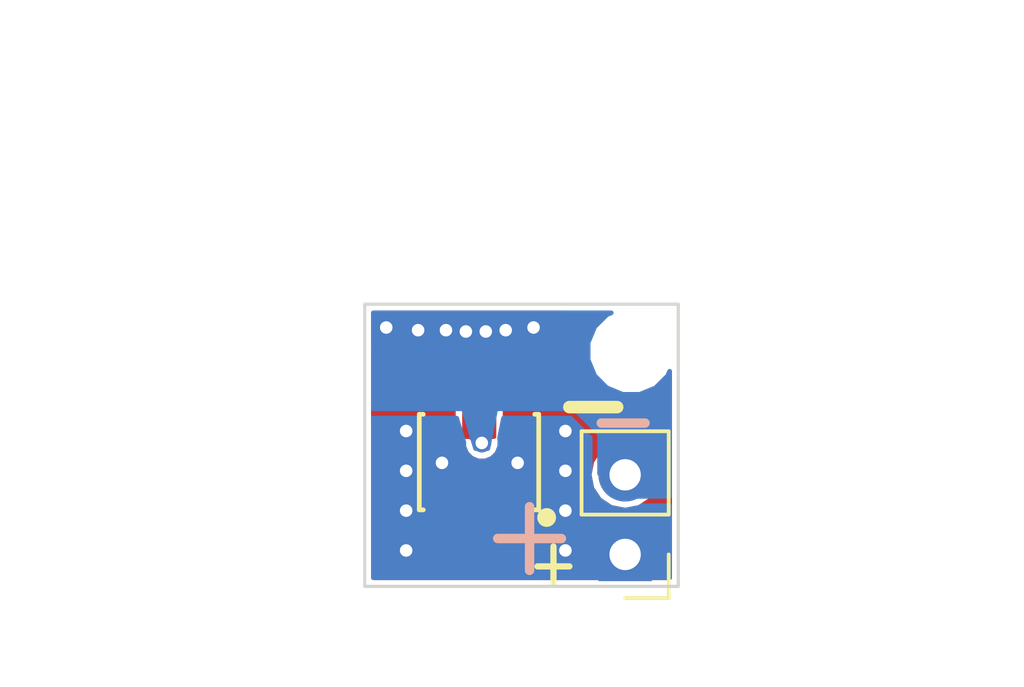
<source format=kicad_pcb>
(kicad_pcb (version 4) (host pcbnew 4.0.6)

  (general
    (links 5)
    (no_connects 0)
    (area 145.949999 101.949999 156.050001 111.050001)
    (thickness 1.6)
    (drawings 14)
    (tracks 56)
    (zones 0)
    (modules 3)
    (nets 3)
  )

  (page A4)
  (layers
    (0 F.Cu signal)
    (31 B.Cu signal)
    (32 B.Adhes user)
    (33 F.Adhes user)
    (34 B.Paste user)
    (35 F.Paste user)
    (36 B.SilkS user)
    (37 F.SilkS user)
    (38 B.Mask user)
    (39 F.Mask user)
    (40 Dwgs.User user)
    (41 Cmts.User user)
    (42 Eco1.User user)
    (43 Eco2.User user)
    (44 Edge.Cuts user)
    (45 Margin user)
    (46 B.CrtYd user)
    (47 F.CrtYd user)
    (48 B.Fab user hide)
    (49 F.Fab user hide)
  )

  (setup
    (last_trace_width 0.25)
    (trace_clearance 0.2)
    (zone_clearance 0.15)
    (zone_45_only yes)
    (trace_min 0.2)
    (segment_width 0.2)
    (edge_width 0.1)
    (via_size 0.6)
    (via_drill 0.4)
    (via_min_size 0.4)
    (via_min_drill 0.3)
    (uvia_size 0.3)
    (uvia_drill 0.1)
    (uvias_allowed no)
    (uvia_min_size 0.2)
    (uvia_min_drill 0.1)
    (pcb_text_width 0.3)
    (pcb_text_size 1.5 1.5)
    (mod_edge_width 0.15)
    (mod_text_size 1 1)
    (mod_text_width 0.15)
    (pad_size 1.5 1.5)
    (pad_drill 0.6)
    (pad_to_mask_clearance 0)
    (aux_axis_origin 0 0)
    (visible_elements FFFFFF7F)
    (pcbplotparams
      (layerselection 0x00030_80000001)
      (usegerberextensions false)
      (excludeedgelayer true)
      (linewidth 0.100000)
      (plotframeref false)
      (viasonmask false)
      (mode 1)
      (useauxorigin false)
      (hpglpennumber 1)
      (hpglpenspeed 20)
      (hpglpendiameter 15)
      (hpglpenoverlay 2)
      (psnegative false)
      (psa4output false)
      (plotreference true)
      (plotvalue true)
      (plotinvisibletext false)
      (padsonsilk false)
      (subtractmaskfromsilk false)
      (outputformat 1)
      (mirror false)
      (drillshape 1)
      (scaleselection 1)
      (outputdirectory ""))
  )

  (net 0 "")
  (net 1 "Net-(D1-Pad2)")
  (net 2 "Net-(D1-Pad1)")

  (net_class Default "This is the default net class."
    (clearance 0.2)
    (trace_width 0.25)
    (via_dia 0.6)
    (via_drill 0.4)
    (uvia_dia 0.3)
    (uvia_drill 0.1)
    (add_net "Net-(D1-Pad1)")
    (add_net "Net-(D1-Pad2)")
  )

  (module Mounting_Holes:MountingHole_2.2mm_M2 (layer F.Cu) (tedit 59A582A0) (tstamp 59A5798E)
    (at 154.5 103.5)
    (descr "Mounting Hole 2.2mm, no annular, M2")
    (tags "mounting hole 2.2mm no annular m2")
    (fp_text reference REF** (at 0 -3.2) (layer F.SilkS) hide
      (effects (font (size 1 1) (thickness 0.15)))
    )
    (fp_text value MountingHole_2.2mm_M2 (at 0 3.2) (layer F.Fab)
      (effects (font (size 1 1) (thickness 0.15)))
    )
    (fp_circle (center 0 0) (end 2.2 0) (layer Cmts.User) (width 0.15))
    (fp_circle (center 0 0) (end 2.45 0) (layer F.CrtYd) (width 0.05))
    (pad 1 np_thru_hole circle (at 0 0) (size 2.2 2.2) (drill 2.2) (layers *.Cu *.Mask))
  )

  (module Pin_Headers:Pin_Header_Straight_1x02_Pitch2.54mm (layer F.Cu) (tedit 59A582A3) (tstamp 59A57B89)
    (at 154.305 109.982 180)
    (descr "Through hole straight pin header, 1x02, 2.54mm pitch, single row")
    (tags "Through hole pin header THT 1x02 2.54mm single row")
    (path /58EF6F9C)
    (fp_text reference P1 (at 0 -2.39 180) (layer F.SilkS) hide
      (effects (font (size 1 1) (thickness 0.15)))
    )
    (fp_text value CONN_01X02 (at 0 4.93 180) (layer F.Fab)
      (effects (font (size 1 1) (thickness 0.15)))
    )
    (fp_line (start -1.27 -1.27) (end -1.27 3.81) (layer F.Fab) (width 0.1))
    (fp_line (start -1.27 3.81) (end 1.27 3.81) (layer F.Fab) (width 0.1))
    (fp_line (start 1.27 3.81) (end 1.27 -1.27) (layer F.Fab) (width 0.1))
    (fp_line (start 1.27 -1.27) (end -1.27 -1.27) (layer F.Fab) (width 0.1))
    (fp_line (start -1.39 1.27) (end -1.39 3.93) (layer F.SilkS) (width 0.12))
    (fp_line (start -1.39 3.93) (end 1.39 3.93) (layer F.SilkS) (width 0.12))
    (fp_line (start 1.39 3.93) (end 1.39 1.27) (layer F.SilkS) (width 0.12))
    (fp_line (start 1.39 1.27) (end -1.39 1.27) (layer F.SilkS) (width 0.12))
    (fp_line (start -1.39 0) (end -1.39 -1.39) (layer F.SilkS) (width 0.12))
    (fp_line (start -1.39 -1.39) (end 0 -1.39) (layer F.SilkS) (width 0.12))
    (fp_line (start -1.6 -1.6) (end -1.6 4.1) (layer F.CrtYd) (width 0.05))
    (fp_line (start -1.6 4.1) (end 1.6 4.1) (layer F.CrtYd) (width 0.05))
    (fp_line (start 1.6 4.1) (end 1.6 -1.6) (layer F.CrtYd) (width 0.05))
    (fp_line (start 1.6 -1.6) (end -1.6 -1.6) (layer F.CrtYd) (width 0.05))
    (pad 1 thru_hole rect (at 0 0 180) (size 1.7 1.7) (drill 1) (layers *.Cu *.Mask)
      (net 1 "Net-(D1-Pad2)"))
    (pad 2 thru_hole oval (at 0 2.54 180) (size 1.7 1.7) (drill 1) (layers *.Cu *.Mask)
      (net 2 "Net-(D1-Pad1)"))
    (model Pin_Headers.3dshapes/Pin_Header_Straight_1x02_Pitch2.54mm.wrl
      (at (xyz 0 -0.05 0))
      (scale (xyz 1 1 1))
      (rotate (xyz 0 0 90))
    )
  )

  (module LW_G6SP:LW_G6SP_Handsoldering (layer F.Cu) (tedit 59A582A7) (tstamp 59A5814D)
    (at 148.5011 105.0036)
    (path /58EF6E5C)
    (fp_text reference D1 (at 0 -3) (layer F.SilkS) hide
      (effects (font (size 1 1) (thickness 0.15)))
    )
    (fp_text value LED (at 0 -5.7) (layer F.Fab)
      (effects (font (size 1 1) (thickness 0.15)))
    )
    (fp_line (start -0.762 3.556) (end -0.635 3.556) (layer F.SilkS) (width 0.15))
    (fp_line (start -0.762 0.508) (end -0.762 3.556) (layer F.SilkS) (width 0.15))
    (fp_line (start -0.635 0.508) (end -0.762 0.508) (layer F.SilkS) (width 0.15))
    (fp_line (start 3.048 3.556) (end 2.921 3.556) (layer F.SilkS) (width 0.15))
    (fp_line (start 3.048 0.508) (end 3.048 3.556) (layer F.SilkS) (width 0.15))
    (fp_line (start 2.921 0.508) (end 3.048 0.508) (layer F.SilkS) (width 0.15))
    (fp_line (start -0.6 0.45) (end -0.6 3.65) (layer F.Fab) (width 0.15))
    (fp_line (start -0.6 3.65) (end 2.9 3.65) (layer F.Fab) (width 0.15))
    (fp_circle (center 1.15 2.05) (end 2.6 1.9) (layer F.Fab) (width 0.15))
    (fp_circle (center 3.3 3.8) (end 3.45 3.8) (layer F.SilkS) (width 0.3))
    (fp_line (start -0.6 0.45) (end 2.9 0.45) (layer F.Fab) (width 0.15))
    (fp_line (start 2.9 0.45) (end 2.9 3.65) (layer F.Fab) (width 0.15))
    (pad 2 smd rect (at 0 4.05) (size 0.8 2.65) (layers F.Cu F.Mask)
      (net 1 "Net-(D1-Pad2)") (solder_mask_margin 0.1))
    (pad 2 smd rect (at 2.3 4.05) (size 0.8 2.65) (layers F.Cu F.Mask)
      (net 1 "Net-(D1-Pad2)") (solder_mask_margin 0.1))
    (pad 1 smd rect (at 1.15 0) (size 0.6 2.65) (layers F.Cu F.Mask)
      (net 2 "Net-(D1-Pad1)") (solder_mask_margin 0.1))
    (pad ~ smd rect (at 1.15 4.05) (size 0.6 2.65) (layers F.Cu F.Mask)
      (solder_mask_margin 0.1))
    (pad 2 smd rect (at 2.3 0) (size 0.8 2.65) (layers F.Cu F.Mask)
      (net 1 "Net-(D1-Pad2)") (solder_mask_margin 0.1))
    (pad 2 smd rect (at 0 0) (size 0.8 2.65) (layers F.Cu F.Mask)
      (net 1 "Net-(D1-Pad2)") (solder_mask_margin 0.1))
  )

  (dimension 1.5 (width 0.3) (layer Dwgs.User)
    (gr_text "1.500 mm" (at 155.25 94.15) (layer Dwgs.User)
      (effects (font (size 1.5 1.5) (thickness 0.3)))
    )
    (feature1 (pts (xy 154.5 100.5) (xy 154.5 92.8)))
    (feature2 (pts (xy 156 100.5) (xy 156 92.8)))
    (crossbar (pts (xy 156 95.5) (xy 154.5 95.5)))
    (arrow1a (pts (xy 154.5 95.5) (xy 155.626504 94.913579)))
    (arrow1b (pts (xy 154.5 95.5) (xy 155.626504 96.086421)))
    (arrow2a (pts (xy 156 95.5) (xy 154.873496 94.913579)))
    (arrow2b (pts (xy 156 95.5) (xy 154.873496 96.086421)))
  )
  (dimension 1.5 (width 0.3) (layer Dwgs.User)
    (gr_text "1.500 mm" (at 164.35 102.75 90) (layer Dwgs.User)
      (effects (font (size 1.5 1.5) (thickness 0.3)))
    )
    (feature1 (pts (xy 158 102) (xy 165.7 102)))
    (feature2 (pts (xy 158 103.5) (xy 165.7 103.5)))
    (crossbar (pts (xy 163 103.5) (xy 163 102)))
    (arrow1a (pts (xy 163 102) (xy 163.586421 103.126504)))
    (arrow1b (pts (xy 163 102) (xy 162.413579 103.126504)))
    (arrow2a (pts (xy 163 103.5) (xy 163.586421 102.373496)))
    (arrow2b (pts (xy 163 103.5) (xy 162.413579 102.373496)))
  )
  (gr_line (start 151.257 110.49) (end 151.257 108.458) (layer B.SilkS) (width 0.3))
  (gr_line (start 150.241 109.474) (end 152.273 109.474) (layer B.SilkS) (width 0.3))
  (gr_line (start 153.543 105.791) (end 154.94 105.791) (layer B.SilkS) (width 0.3))
  (gr_line (start 152.019 110.871) (end 152.019 109.728) (layer F.SilkS) (width 0.2))
  (gr_line (start 151.511 110.363) (end 152.527 110.363) (layer F.SilkS) (width 0.2))
  (gr_line (start 152.527 105.283) (end 154.051 105.283) (layer F.SilkS) (width 0.4))
  (dimension 9 (width 0.3) (layer Dwgs.User)
    (gr_text "9.000 mm" (at 140.65 106.5 90) (layer Dwgs.User)
      (effects (font (size 1.5 1.5) (thickness 0.3)))
    )
    (feature1 (pts (xy 145 102) (xy 139.3 102)))
    (feature2 (pts (xy 145 111) (xy 139.3 111)))
    (crossbar (pts (xy 142 111) (xy 142 102)))
    (arrow1a (pts (xy 142 102) (xy 142.586421 103.126504)))
    (arrow1b (pts (xy 142 102) (xy 141.413579 103.126504)))
    (arrow2a (pts (xy 142 111) (xy 142.586421 109.873496)))
    (arrow2b (pts (xy 142 111) (xy 141.413579 109.873496)))
  )
  (dimension 10 (width 0.3) (layer Dwgs.User)
    (gr_text "10.000 mm" (at 151 114.849999) (layer Dwgs.User) (tstamp 59A58444)
      (effects (font (size 1.5 1.5) (thickness 0.3)))
    )
    (feature1 (pts (xy 156 112) (xy 156 116.199999)))
    (feature2 (pts (xy 146 112) (xy 146 116.199999)))
    (crossbar (pts (xy 146 113.499999) (xy 156 113.499999)))
    (arrow1a (pts (xy 156 113.499999) (xy 154.873496 114.08642)))
    (arrow1b (pts (xy 156 113.499999) (xy 154.873496 112.913578)))
    (arrow2a (pts (xy 146 113.499999) (xy 147.126504 114.08642)))
    (arrow2b (pts (xy 146 113.499999) (xy 147.126504 112.913578)))
  )
  (gr_line (start 146 111) (end 146 102) (layer Edge.Cuts) (width 0.1))
  (gr_line (start 156 111) (end 146 111) (layer Edge.Cuts) (width 0.1))
  (gr_line (start 156 102) (end 156 111) (layer Edge.Cuts) (width 0.1))
  (gr_line (start 146 102) (end 156 102) (layer Edge.Cuts) (width 0.1))

  (segment (start 150.876 107.061) (end 148.463 107.061) (width 0.25) (layer B.Cu) (net 1))
  (via (at 148.463 107.061) (size 0.6) (drill 0.4) (layers F.Cu B.Cu) (net 1))
  (segment (start 152.4 107.315) (end 151.13 107.315) (width 0.25) (layer F.Cu) (net 1))
  (segment (start 151.13 107.315) (end 150.876 107.061) (width 0.25) (layer F.Cu) (net 1))
  (via (at 150.876 107.061) (size 0.6) (drill 0.4) (layers F.Cu B.Cu) (net 1))
  (segment (start 152.4 107.315) (end 152.4 106.045) (width 0.25) (layer B.Cu) (net 1))
  (via (at 152.4 106.045) (size 0.6) (drill 0.4) (layers F.Cu B.Cu) (net 1))
  (segment (start 152.4 108.585) (end 152.4 107.315) (width 0.25) (layer F.Cu) (net 1))
  (via (at 152.4 107.315) (size 0.6) (drill 0.4) (layers F.Cu B.Cu) (net 1))
  (segment (start 152.4 109.855) (end 152.4 108.585) (width 0.25) (layer B.Cu) (net 1))
  (via (at 152.4 108.585) (size 0.6) (drill 0.4) (layers F.Cu B.Cu) (net 1))
  (segment (start 150.8011 109.0536) (end 151.5986 109.0536) (width 0.25) (layer F.Cu) (net 1))
  (segment (start 151.5986 109.0536) (end 152.4 109.855) (width 0.25) (layer F.Cu) (net 1))
  (via (at 152.4 109.855) (size 0.6) (drill 0.4) (layers F.Cu B.Cu) (net 1))
  (segment (start 147.32 108.585) (end 148.0325 108.585) (width 0.25) (layer F.Cu) (net 1))
  (segment (start 148.0325 108.585) (end 148.5011 109.0536) (width 0.25) (layer F.Cu) (net 1))
  (segment (start 147.32 108.585) (end 147.32 109.855) (width 0.25) (layer B.Cu) (net 1))
  (via (at 147.32 109.855) (size 0.6) (drill 0.4) (layers F.Cu B.Cu) (net 1))
  (segment (start 147.32 107.315) (end 147.32 108.585) (width 0.25) (layer F.Cu) (net 1))
  (via (at 147.32 108.585) (size 0.6) (drill 0.4) (layers F.Cu B.Cu) (net 1))
  (segment (start 147.32 106.045) (end 147.32 107.315) (width 0.25) (layer B.Cu) (net 1))
  (via (at 147.32 107.315) (size 0.6) (drill 0.4) (layers F.Cu B.Cu) (net 1))
  (segment (start 148.5011 105.0036) (end 148.3614 105.0036) (width 0.25) (layer F.Cu) (net 1))
  (via (at 147.32 106.045) (size 0.6) (drill 0.4) (layers F.Cu B.Cu) (net 1))
  (segment (start 148.3614 105.0036) (end 147.32 106.045) (width 0.25) (layer F.Cu) (net 1))
  (segment (start 149.733 106.426) (end 149.733 102.997) (width 0.25) (layer B.Cu) (net 2))
  (segment (start 149.733 102.997) (end 149.86 102.87) (width 0.25) (layer B.Cu) (net 2))
  (segment (start 149.6511 105.0036) (end 149.6511 106.3441) (width 0.25) (layer F.Cu) (net 2))
  (via (at 149.733 106.426) (size 0.6) (drill 0.4) (layers F.Cu B.Cu) (net 2))
  (segment (start 149.6511 106.3441) (end 149.733 106.426) (width 0.25) (layer F.Cu) (net 2))
  (segment (start 150.495 102.828598) (end 151.298402 102.828598) (width 0.25) (layer F.Cu) (net 2))
  (segment (start 151.298402 102.828598) (end 151.384 102.743) (width 0.25) (layer F.Cu) (net 2))
  (via (at 151.384 102.743) (size 0.6) (drill 0.4) (layers F.Cu B.Cu) (net 2))
  (segment (start 146.685 102.743) (end 147.615402 102.743) (width 0.25) (layer F.Cu) (net 2))
  (segment (start 147.615402 102.743) (end 147.701 102.828598) (width 0.25) (layer F.Cu) (net 2))
  (via (at 147.701 102.828598) (size 0.6) (drill 0.4) (layers F.Cu B.Cu) (net 2))
  (segment (start 148.59 102.828598) (end 146.770598 102.828598) (width 0.25) (layer B.Cu) (net 2))
  (segment (start 146.770598 102.828598) (end 146.685 102.743) (width 0.25) (layer B.Cu) (net 2))
  (via (at 146.685 102.743) (size 0.6) (drill 0.4) (layers F.Cu B.Cu) (net 2))
  (segment (start 150.495 102.828598) (end 154.305 106.638598) (width 0.25) (layer B.Cu) (net 2))
  (segment (start 154.305 106.638598) (end 154.305 107.442) (width 0.25) (layer B.Cu) (net 2))
  (segment (start 149.225 102.87) (end 149.86 102.87) (width 0.25) (layer F.Cu) (net 2))
  (segment (start 149.225 102.87) (end 149.524999 103.169999) (width 0.25) (layer F.Cu) (net 2))
  (segment (start 149.524999 103.169999) (end 149.560001 103.169999) (width 0.25) (layer F.Cu) (net 2))
  (segment (start 149.560001 103.169999) (end 149.6511 103.0789) (width 0.25) (layer F.Cu) (net 2))
  (segment (start 149.6511 105.0036) (end 149.6511 103.0789) (width 0.25) (layer F.Cu) (net 2))
  (segment (start 149.6511 103.0789) (end 149.86 102.87) (width 0.25) (layer F.Cu) (net 2))
  (segment (start 149.86 102.87) (end 150.453598 102.87) (width 0.25) (layer F.Cu) (net 2))
  (segment (start 150.453598 102.87) (end 150.495 102.828598) (width 0.25) (layer F.Cu) (net 2))
  (via (at 150.495 102.828598) (size 0.6) (drill 0.4) (layers F.Cu B.Cu) (net 2))
  (segment (start 149.225 102.87) (end 148.631402 102.87) (width 0.25) (layer F.Cu) (net 2))
  (segment (start 148.631402 102.87) (end 148.59 102.828598) (width 0.25) (layer F.Cu) (net 2))
  (via (at 148.59 102.828598) (size 0.6) (drill 0.4) (layers F.Cu B.Cu) (net 2))
  (segment (start 149.86 102.87) (end 149.225 102.87) (width 0.25) (layer B.Cu) (net 2))
  (via (at 149.225 102.87) (size 0.6) (drill 0.4) (layers F.Cu B.Cu) (net 2))
  (via (at 149.86 102.87) (size 0.6) (drill 0.4) (layers F.Cu B.Cu) (net 2))

  (zone (net 2) (net_name "Net-(D1-Pad1)") (layer F.Cu) (tstamp 0) (hatch edge 0.508)
    (priority 2)
    (connect_pads yes (clearance 0.15))
    (min_thickness 0.15)
    (fill yes (arc_segments 16) (thermal_gap 0.15) (thermal_bridge_width 0.15))
    (polygon
      (pts
        (xy 144.78 101.6) (xy 144.78 103.124) (xy 144.78 103.378) (xy 148.844 103.378) (xy 148.844 106.299)
        (xy 150.495 106.299) (xy 150.495 103.378) (xy 157.48 103.378) (xy 157.48 101.6)
      )
    )
    (filled_polygon
      (pts
        (xy 151.932918 102.966459) (xy 151.925 103) (xy 151.925 103.303) (xy 150.495 103.303) (xy 150.465821 103.308909)
        (xy 150.441239 103.325705) (xy 150.425129 103.350741) (xy 150.42 103.378) (xy 150.42 103.398213) (xy 150.4011 103.398213)
        (xy 150.299191 103.417388) (xy 150.205594 103.477616) (xy 150.142804 103.569514) (xy 150.120713 103.6786) (xy 150.120713 106.224)
        (xy 149.181487 106.224) (xy 149.181487 103.6786) (xy 149.162312 103.576691) (xy 149.102084 103.483094) (xy 149.010186 103.420304)
        (xy 148.919 103.401838) (xy 148.919 103.378) (xy 148.913091 103.348821) (xy 148.896295 103.324239) (xy 148.871259 103.308129)
        (xy 148.844 103.303) (xy 146.275 103.303) (xy 146.275 102.275) (xy 152.278648 102.275)
      )
    )
  )
  (zone (net 2) (net_name "Net-(D1-Pad1)") (layer B.Cu) (tstamp 0) (hatch edge 0.508)
    (priority 2)
    (connect_pads yes (clearance 0.15))
    (min_thickness 0.15)
    (fill yes (arc_segments 16) (thermal_gap 0.15) (thermal_bridge_width 0.15))
    (polygon
      (pts
        (xy 144.78 101.6) (xy 144.78 105.41) (xy 149.098 105.41) (xy 149.479 106.68) (xy 149.987 106.68)
        (xy 150.241 105.41) (xy 152.654 105.41) (xy 153.416 106.172) (xy 153.416 107.442) (xy 154.178 108.204)
        (xy 156.21 108.204) (xy 156.21 101.6)
      )
    )
    (filled_polygon
      (pts
        (xy 153.722143 102.333652) (xy 153.335011 102.720108) (xy 153.125239 103.225296) (xy 153.124762 103.772305) (xy 153.333652 104.277857)
        (xy 153.720108 104.664989) (xy 154.225296 104.874761) (xy 154.772305 104.875238) (xy 155.277857 104.666348) (xy 155.664989 104.279892)
        (xy 155.725 104.135369) (xy 155.725 108.129) (xy 154.209066 108.129) (xy 153.491 107.410934) (xy 153.491 106.172)
        (xy 153.485091 106.142821) (xy 153.469033 106.118967) (xy 152.707033 105.356967) (xy 152.682222 105.340512) (xy 152.654 105.335)
        (xy 150.241 105.335) (xy 150.211821 105.340909) (xy 150.187239 105.357705) (xy 150.167456 105.395291) (xy 149.925514 106.605)
        (xy 149.534802 106.605) (xy 149.169837 105.388449) (xy 149.155793 105.362198) (xy 149.132642 105.34348) (xy 149.098 105.335)
        (xy 146.275 105.335) (xy 146.275 102.275) (xy 153.864092 102.275)
      )
    )
  )
  (zone (net 1) (net_name "Net-(D1-Pad2)") (layer F.Cu) (tstamp 0) (hatch edge 0.508)
    (priority 1)
    (connect_pads yes (clearance 0.15))
    (min_thickness 0.15)
    (fill yes (arc_segments 16) (thermal_gap 0.15) (thermal_bridge_width 0.15))
    (polygon
      (pts
        (xy 145.415 101.6) (xy 156.21 101.6) (xy 156.21 111.76) (xy 145.415 111.76)
      )
    )
    (filled_polygon
      (pts
        (xy 148.619 106.299) (xy 148.634388 106.380778) (xy 148.682718 106.455886) (xy 148.756462 106.506273) (xy 148.844 106.524)
        (xy 149.150048 106.524) (xy 149.150116 106.524106) (xy 149.157909 106.529431) (xy 149.1579 106.539873) (xy 149.245254 106.751286)
        (xy 149.406863 106.913177) (xy 149.618124 107.0009) (xy 149.846873 107.0011) (xy 150.058286 106.913746) (xy 150.220177 106.752137)
        (xy 150.3079 106.540876) (xy 150.307915 106.524) (xy 150.495 106.524) (xy 150.576778 106.508612) (xy 150.651886 106.460282)
        (xy 150.702273 106.386538) (xy 150.72 106.299) (xy 150.72 103.603) (xy 151.925 103.603) (xy 151.925 104)
        (xy 151.932918 104.033541) (xy 152.432918 105.033541) (xy 152.446967 105.053033) (xy 152.946967 105.553033) (xy 152.966459 105.567082)
        (xy 153.966459 106.067082) (xy 154 106.075) (xy 155 106.075) (xy 155.033541 106.067082) (xy 155.725 105.721353)
        (xy 155.725 110.725) (xy 146.275 110.725) (xy 146.275 107.7286) (xy 149.070713 107.7286) (xy 149.070713 110.3786)
        (xy 149.089888 110.480509) (xy 149.150116 110.574106) (xy 149.242014 110.636896) (xy 149.3511 110.658987) (xy 149.9511 110.658987)
        (xy 150.053009 110.639812) (xy 150.146606 110.579584) (xy 150.209396 110.487686) (xy 150.231487 110.3786) (xy 150.231487 107.7286)
        (xy 150.212312 107.626691) (xy 150.152084 107.533094) (xy 150.060186 107.470304) (xy 149.9511 107.448213) (xy 149.3511 107.448213)
        (xy 149.249191 107.467388) (xy 149.155594 107.527616) (xy 149.092804 107.619514) (xy 149.070713 107.7286) (xy 146.275 107.7286)
        (xy 146.275 107.442) (xy 153.15796 107.442) (xy 153.243596 107.872519) (xy 153.487465 108.237495) (xy 153.852441 108.481364)
        (xy 154.28296 108.567) (xy 154.32704 108.567) (xy 154.757559 108.481364) (xy 155.122535 108.237495) (xy 155.366404 107.872519)
        (xy 155.45204 107.442) (xy 155.366404 107.011481) (xy 155.122535 106.646505) (xy 154.757559 106.402636) (xy 154.32704 106.317)
        (xy 154.28296 106.317) (xy 153.852441 106.402636) (xy 153.487465 106.646505) (xy 153.243596 107.011481) (xy 153.15796 107.442)
        (xy 146.275 107.442) (xy 146.275 103.603) (xy 148.619 103.603)
      )
    )
  )
  (zone (net 1) (net_name "Net-(D1-Pad2)") (layer B.Cu) (tstamp 59A581AD) (hatch edge 0.508)
    (priority 1)
    (connect_pads yes (clearance 0.15))
    (min_thickness 0.15)
    (fill yes (arc_segments 16) (thermal_gap 0.15) (thermal_bridge_width 0.15))
    (polygon
      (pts
        (xy 145.415 101.6) (xy 156.21 101.6) (xy 156.21 111.76) (xy 145.415 111.76)
      )
    )
    (filled_polygon
      (pts
        (xy 149.158028 106.393117) (xy 149.1579 106.539873) (xy 149.245254 106.751286) (xy 149.299108 106.805234) (xy 149.317718 106.836886)
        (xy 149.358567 106.864797) (xy 149.406863 106.913177) (xy 149.618124 107.0009) (xy 149.846873 107.0011) (xy 150.058286 106.913746)
        (xy 150.100665 106.871441) (xy 150.109209 106.868918) (xy 150.173081 106.806487) (xy 150.178376 106.793866) (xy 150.220177 106.752137)
        (xy 150.3079 106.540876) (xy 150.3081 106.312127) (xy 150.295924 106.282659) (xy 150.425456 105.635) (xy 152.560802 105.635)
        (xy 153.191 106.265198) (xy 153.191 107.275898) (xy 153.15796 107.442) (xy 153.243596 107.872519) (xy 153.487465 108.237495)
        (xy 153.852441 108.481364) (xy 154.28296 108.567) (xy 154.32704 108.567) (xy 154.757559 108.481364) (xy 154.835927 108.429)
        (xy 155.725 108.429) (xy 155.725 110.725) (xy 146.275 110.725) (xy 146.275 105.635) (xy 148.930593 105.635)
      )
    )
  )
  (zone (net 0) (net_name "") (layer F.Cu) (tstamp 0) (hatch edge 0.508)
    (connect_pads yes (clearance 0.15))
    (min_thickness 0.15)
    (keepout (tracks not_allowed) (vias not_allowed) (copperpour not_allowed))
    (fill yes (arc_segments 16) (thermal_gap 0.15) (thermal_bridge_width 0.15))
    (polygon
      (pts
        (xy 152.5 102) (xy 152 103) (xy 152 104) (xy 152.5 105) (xy 153 105.5)
        (xy 154 106) (xy 155 106) (xy 156 105.5) (xy 156 102)
      )
    )
  )
)

</source>
